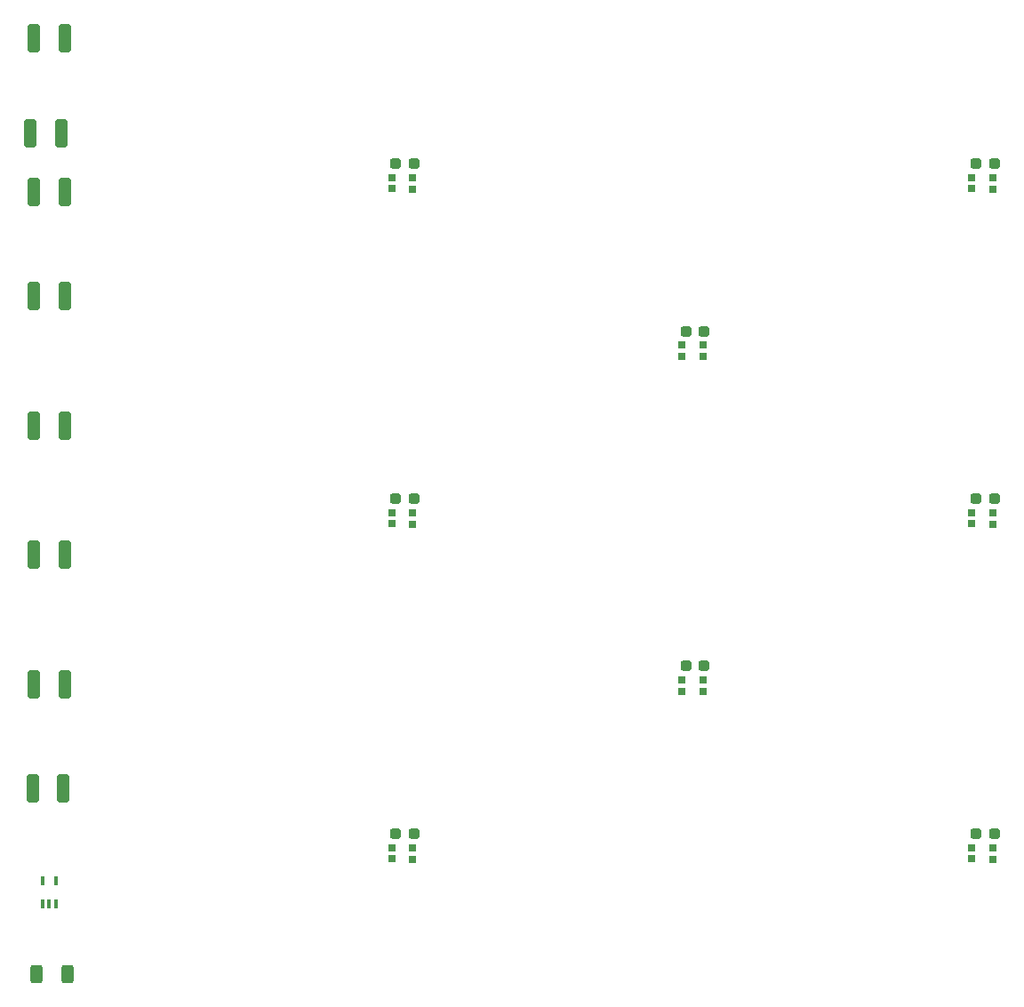
<source format=gbr>
%TF.GenerationSoftware,KiCad,Pcbnew,(6.0.8-1)-1*%
%TF.CreationDate,2023-09-21T15:44:44-04:00*%
%TF.ProjectId,Untitled,556e7469-746c-4656-942e-6b696361645f,rev?*%
%TF.SameCoordinates,Original*%
%TF.FileFunction,Paste,Top*%
%TF.FilePolarity,Positive*%
%FSLAX46Y46*%
G04 Gerber Fmt 4.6, Leading zero omitted, Abs format (unit mm)*
G04 Created by KiCad (PCBNEW (6.0.8-1)-1) date 2023-09-21 15:44:44*
%MOMM*%
%LPD*%
G01*
G04 APERTURE LIST*
G04 Aperture macros list*
%AMRoundRect*
0 Rectangle with rounded corners*
0 $1 Rounding radius*
0 $2 $3 $4 $5 $6 $7 $8 $9 X,Y pos of 4 corners*
0 Add a 4 corners polygon primitive as box body*
4,1,4,$2,$3,$4,$5,$6,$7,$8,$9,$2,$3,0*
0 Add four circle primitives for the rounded corners*
1,1,$1+$1,$2,$3*
1,1,$1+$1,$4,$5*
1,1,$1+$1,$6,$7*
1,1,$1+$1,$8,$9*
0 Add four rect primitives between the rounded corners*
20,1,$1+$1,$2,$3,$4,$5,0*
20,1,$1+$1,$4,$5,$6,$7,0*
20,1,$1+$1,$6,$7,$8,$9,0*
20,1,$1+$1,$8,$9,$2,$3,0*%
G04 Aperture macros list end*
%ADD10RoundRect,0.250000X-0.325000X-1.100000X0.325000X-1.100000X0.325000X1.100000X-0.325000X1.100000X0*%
%ADD11RoundRect,0.087500X-0.087500X-0.337500X0.087500X-0.337500X0.087500X0.337500X-0.087500X0.337500X0*%
%ADD12R,0.700000X0.700000*%
%ADD13RoundRect,0.250000X-0.312500X-0.625000X0.312500X-0.625000X0.312500X0.625000X-0.312500X0.625000X0*%
%ADD14RoundRect,0.237500X-0.287500X-0.237500X0.287500X-0.237500X0.287500X0.237500X-0.287500X0.237500X0*%
G04 APERTURE END LIST*
D10*
%TO.C,10 nF*%
X64525000Y-107600000D03*
X67475000Y-107600000D03*
%TD*%
D11*
%TO.C,Temp1*%
X65450000Y-118600000D03*
X66100000Y-118600000D03*
X66750000Y-118600000D03*
X66750000Y-116400000D03*
X65450000Y-116400000D03*
%TD*%
D12*
%TO.C,REF\u002A\u002A*%
X100752500Y-49460000D03*
X98727500Y-49460000D03*
X98727500Y-50510000D03*
X100752500Y-50560000D03*
%TD*%
D13*
%TO.C,50 \u03A9*%
X64937500Y-125300000D03*
X67862500Y-125300000D03*
%TD*%
D10*
%TO.C,10 nF*%
X64325000Y-45200000D03*
X67275000Y-45200000D03*
%TD*%
%TO.C,10 nF*%
X64625000Y-36145716D03*
X67575000Y-36145716D03*
%TD*%
D14*
%TO.C,REF\u002A\u002A*%
X154395000Y-48125000D03*
X156145000Y-48125000D03*
%TD*%
D12*
%TO.C,REF\u002A\u002A*%
X156022500Y-113280000D03*
X153997500Y-113280000D03*
X153997500Y-114330000D03*
X156022500Y-114380000D03*
%TD*%
D14*
%TO.C,REF\u002A\u002A*%
X99125000Y-80035000D03*
X100875000Y-80035000D03*
%TD*%
D12*
%TO.C,REF\u002A\u002A*%
X100752500Y-81370000D03*
X98727500Y-81370000D03*
X98727500Y-82420000D03*
X100752500Y-82470000D03*
%TD*%
D10*
%TO.C,10 nF*%
X64625000Y-73072857D03*
X67575000Y-73072857D03*
%TD*%
D14*
%TO.C,REF\u002A\u002A*%
X154395000Y-111945000D03*
X156145000Y-111945000D03*
%TD*%
%TO.C,REF\u002A\u002A*%
X154395000Y-80035000D03*
X156145000Y-80035000D03*
%TD*%
D12*
%TO.C,REF\u002A\u002A*%
X128382500Y-97320000D03*
X126357500Y-97320000D03*
X126357500Y-98370000D03*
X128382500Y-98420000D03*
%TD*%
D10*
%TO.C,10 nF*%
X64625000Y-60763810D03*
X67575000Y-60763810D03*
%TD*%
%TO.C,10 nF*%
X64625000Y-50800000D03*
X67575000Y-50800000D03*
%TD*%
D12*
%TO.C,REF\u002A\u002A*%
X100752500Y-113280000D03*
X98727500Y-113280000D03*
X98727500Y-114330000D03*
X100752500Y-114380000D03*
%TD*%
%TO.C,REF\u002A\u002A*%
X156022500Y-81370000D03*
X153997500Y-81370000D03*
X153997500Y-82420000D03*
X156022500Y-82470000D03*
%TD*%
%TO.C,REF\u002A\u002A*%
X156022500Y-49460000D03*
X153997500Y-49460000D03*
X153997500Y-50510000D03*
X156022500Y-50560000D03*
%TD*%
D14*
%TO.C,REF\u002A\u002A*%
X99125000Y-111945000D03*
X100875000Y-111945000D03*
%TD*%
%TO.C,REF\u002A\u002A*%
X99125000Y-48125000D03*
X100875000Y-48125000D03*
%TD*%
D10*
%TO.C,10 nF*%
X64625000Y-85381904D03*
X67575000Y-85381904D03*
%TD*%
D14*
%TO.C,REF\u002A\u002A*%
X126755000Y-95985000D03*
X128505000Y-95985000D03*
%TD*%
D10*
%TO.C,10 nF*%
X64625000Y-97690951D03*
X67575000Y-97690951D03*
%TD*%
D12*
%TO.C,REF\u002A\u002A*%
X128382500Y-65410000D03*
X126357500Y-65410000D03*
X126357500Y-66460000D03*
X128382500Y-66510000D03*
%TD*%
D14*
%TO.C,REF\u002A\u002A*%
X126755000Y-64075000D03*
X128505000Y-64075000D03*
%TD*%
M02*

</source>
